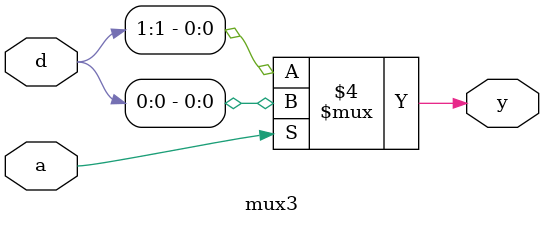
<source format=v>
module mux3(
    input wire [1:0] d,
    input wire a,
    output reg y
);
always@(*)
begin
    if(a == 1'b1)
        y = d[0];
    else
        y = d[1];
end
endmodule
</source>
